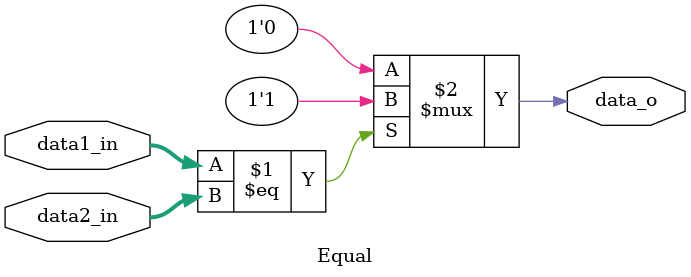
<source format=v>
module Equal(
    data1_in, 	
    data2_in,	
    data_o		
);

// Ports
input   [31:0] data1_in;
input   [31:0] data2_in;
output  data_o;

assign  data_o = (data1_in == data2_in)?1'b1:1'b0;

endmodule
</source>
